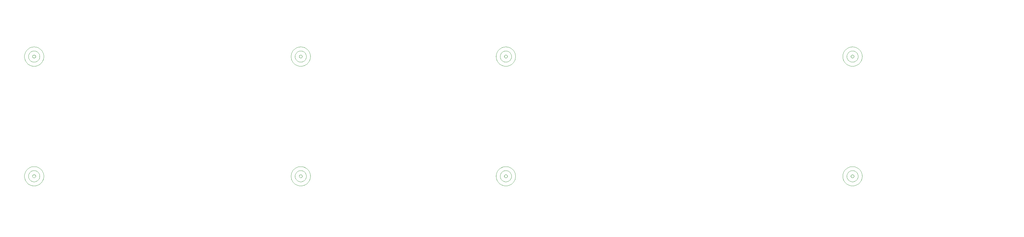
<source format=gbs>
*%FSLAX23Y23*%
*%MOIN*%
G01*
D26*
X15255Y7084D02*
D03*
Y8489D02*
D03*
Y7784D02*
D03*
Y9199D02*
D03*
X15105Y6784D02*
D03*
X15075Y6809D02*
D03*
X15005Y6829D02*
D03*
Y7534D02*
D03*
X15105Y8919D02*
D03*
Y8569D02*
D03*
X15165Y7084D02*
D03*
Y6734D02*
D03*
X15135Y6759D02*
D03*
X15165Y7134D02*
D03*
X15135Y7349D02*
D03*
Y7489D02*
D03*
X15165Y8489D02*
D03*
Y9199D02*
D03*
X15155Y8789D02*
D03*
X15165Y7784D02*
D03*
X14820Y7284D02*
D03*
X14865Y7399D02*
D03*
Y6769D02*
D03*
X14910Y7179D02*
D03*
X14865Y8179D02*
D03*
X14895Y8639D02*
D03*
X14865Y8894D02*
D03*
X14970Y8839D02*
D03*
X15000Y8239D02*
D03*
X14955Y8894D02*
D03*
X14610Y7684D02*
D03*
Y6899D02*
D03*
Y8324D02*
D03*
Y9034D02*
D03*
X14465Y9059D02*
D03*
X14435Y8914D02*
D03*
X14465Y8769D02*
D03*
X14435Y8069D02*
D03*
X14300Y7089D02*
D03*
X14325Y7264D02*
D03*
Y7534D02*
D03*
X14255Y9209D02*
D03*
X14250Y8504D02*
D03*
Y7859D02*
D03*
X14225Y8749D02*
D03*
X14330Y8184D02*
D03*
X14060Y7089D02*
D03*
X14125Y7554D02*
D03*
X14135Y8184D02*
D03*
X14060Y9059D02*
D03*
X14165Y8889D02*
D03*
X13880Y6989D02*
D03*
X13935Y9209D02*
D03*
X14018Y7662D02*
D03*
X13750Y8889D02*
D03*
X13710Y7934D02*
D03*
X13650Y8368D02*
D03*
X13700Y9304D02*
D03*
X13785Y7454D02*
D03*
X13770Y7284D02*
D03*
X13755Y6894D02*
D03*
X13770Y7374D02*
D03*
X13785Y8379D02*
D03*
X13770Y7794D02*
D03*
Y8279D02*
D03*
X13775Y7934D02*
D03*
X13520Y6794D02*
D03*
X13465Y7619D02*
D03*
X13558Y7044D02*
D03*
X13465Y7529D02*
D03*
Y8104D02*
D03*
X13455Y8609D02*
D03*
X13465Y8014D02*
D03*
X13455Y8519D02*
D03*
X13560Y8889D02*
D03*
X13250Y7059D02*
D03*
X13350Y8434D02*
D03*
X13343Y8521D02*
D03*
X13250Y8024D02*
D03*
X13240Y8474D02*
D03*
X13315Y9299D02*
D03*
X13410Y6944D02*
D03*
X13390Y7434D02*
D03*
Y7474D02*
D03*
X13405Y7019D02*
D03*
X13365Y7964D02*
D03*
X13390Y7919D02*
D03*
X13100Y6997D02*
D03*
X13165Y8909D02*
D03*
X13235Y7539D02*
D03*
X12870Y7649D02*
D03*
X12910Y7019D02*
D03*
X12870Y7424D02*
D03*
Y7199D02*
D03*
X12865Y8699D02*
D03*
Y9249D02*
D03*
X12870Y7874D02*
D03*
Y8099D02*
D03*
X12865Y8549D02*
D03*
Y8324D02*
D03*
X12730Y6854D02*
D03*
Y6989D02*
D03*
X12655Y7694D02*
D03*
X12690Y6914D02*
D03*
X12716Y8979D02*
D03*
X12655Y8274D02*
D03*
X12845Y6854D02*
D03*
Y6959D02*
D03*
X12785Y9074D02*
D03*
Y9189D02*
D03*
X12837Y9324D02*
D03*
X12573Y6796D02*
D03*
X12555Y9134D02*
D03*
X12485Y9152D02*
D03*
X12505Y8509D02*
D03*
X12475Y8479D02*
D03*
X12550Y7817D02*
D03*
Y8151D02*
D03*
X12535Y8339D02*
D03*
Y8384D02*
D03*
X12485Y7934D02*
D03*
X12540Y8034D02*
D03*
X12603Y8808D02*
D03*
X12581Y8778D02*
D03*
X12590Y8499D02*
D03*
X12295Y6854D02*
D03*
Y7009D02*
D03*
X12310Y7694D02*
D03*
X12342Y6764D02*
D03*
X12323Y8363D02*
D03*
X12383Y8364D02*
D03*
X12353Y8394D02*
D03*
X12293D02*
D03*
X12265Y7754D02*
D03*
X12264Y8909D02*
D03*
X12452Y6909D02*
D03*
X12395Y7069D02*
D03*
Y6949D02*
D03*
X12450Y7635D02*
D03*
X12420Y7817D02*
D03*
X12445Y8788D02*
D03*
X12415Y8419D02*
D03*
X12445Y8449D02*
D03*
X12420Y8151D02*
D03*
X12180Y6854D02*
D03*
Y7039D02*
D03*
X12145Y6874D02*
D03*
X12178Y8449D02*
D03*
X12148Y8479D02*
D03*
X12093Y8404D02*
D03*
X12080Y7869D02*
D03*
X12110Y7839D02*
D03*
X12175Y7844D02*
D03*
X12224Y8909D02*
D03*
X12238Y8394D02*
D03*
X12208Y8419D02*
D03*
X12235Y7784D02*
D03*
X12205Y7814D02*
D03*
X11902Y6909D02*
D03*
X11945Y7559D02*
D03*
X11881Y7319D02*
D03*
X11890Y8294D02*
D03*
X11950Y7939D02*
D03*
X11920Y7969D02*
D03*
X11890Y7999D02*
D03*
X12025Y6796D02*
D03*
X12033Y8464D02*
D03*
X12063Y8434D02*
D03*
X12050Y7899D02*
D03*
X12020Y7929D02*
D03*
X11685Y7214D02*
D03*
X11700Y6704D02*
D03*
X11730Y6734D02*
D03*
X11745Y7559D02*
D03*
X11787Y6758D02*
D03*
X11745Y8239D02*
D03*
X11845Y6909D02*
D03*
X11815Y7039D02*
D03*
Y7229D02*
D03*
X11860Y8029D02*
D03*
Y8089D02*
D03*
X11830Y8119D02*
D03*
X11800Y8149D02*
D03*
X11575Y7484D02*
D03*
X11545Y7559D02*
D03*
X11515Y6824D02*
D03*
X11600Y8124D02*
D03*
X11550Y8524D02*
D03*
X11515Y8494D02*
D03*
X11485Y8524D02*
D03*
X11605Y7414D02*
D03*
X11640Y6649D02*
D03*
X11670Y6674D02*
D03*
X11365Y7679D02*
D03*
X11390Y7647D02*
D03*
X11335Y7069D02*
D03*
X11303Y7378D02*
D03*
X11291Y6914D02*
D03*
X11365Y8014D02*
D03*
X11390Y8375D02*
D03*
Y8120D02*
D03*
Y7903D02*
D03*
X11287Y8644D02*
D03*
X11365Y8324D02*
D03*
X11445Y7394D02*
D03*
Y7304D02*
D03*
X11425Y8584D02*
D03*
X11180Y7094D02*
D03*
X11135Y7144D02*
D03*
X11090D02*
D03*
Y7094D02*
D03*
X11130Y7709D02*
D03*
Y7634D02*
D03*
X11145Y7304D02*
D03*
X11200Y8529D02*
D03*
X11155Y8304D02*
D03*
X11210Y7499D02*
D03*
X11280Y8218D02*
D03*
Y7824D02*
D03*
X11230Y8304D02*
D03*
X10915Y7199D02*
D03*
X10956D02*
D03*
X10985Y6889D02*
D03*
Y6964D02*
D03*
X10956Y7374D02*
D03*
X10917Y8644D02*
D03*
X11015Y7334D02*
D03*
X11075Y7579D02*
D03*
X11035Y8444D02*
D03*
X10760Y7039D02*
D03*
X10775Y6859D02*
D03*
X10725Y6659D02*
D03*
X10740Y8644D02*
D03*
X10870Y7499D02*
D03*
X10825Y8529D02*
D03*
X10540Y7724D02*
D03*
X10621Y8444D02*
D03*
X10661Y7579D02*
D03*
X10330Y7674D02*
D03*
X10310Y7627D02*
D03*
Y7903D02*
D03*
X10325Y8257D02*
D03*
X10420Y8198D02*
D03*
Y7804D02*
D03*
X10395Y8664D02*
D03*
X10330Y7979D02*
D03*
X10490Y7499D02*
D03*
X10444Y7473D02*
D03*
X10465Y7724D02*
D03*
X10470Y8524D02*
D03*
X10460Y8399D02*
D03*
Y8329D02*
D03*
X10120Y7553D02*
D03*
X10185Y7439D02*
D03*
X10215Y7489D02*
D03*
X10150Y7647D02*
D03*
X10120Y8399D02*
D03*
Y8279D02*
D03*
Y8329D02*
D03*
X10208Y7754D02*
D03*
X10180Y7924D02*
D03*
X10125Y8899D02*
D03*
X10190Y8139D02*
D03*
X10210Y8440D02*
D03*
X10235Y6749D02*
D03*
X9925Y7554D02*
D03*
X9915Y8559D02*
D03*
Y8170D02*
D03*
X10080Y8669D02*
D03*
X9723Y7983D02*
D03*
X9540Y7304D02*
D03*
X9565Y8179D02*
D03*
X9340Y8584D02*
D03*
X9350Y8184D02*
D03*
X9450Y6949D02*
D03*
Y7304D02*
D03*
X9510Y8034D02*
D03*
X9235Y7509D02*
D03*
Y7554D02*
D03*
X9240Y8634D02*
D03*
X9195Y8489D02*
D03*
X9246Y8134D02*
D03*
X9295Y8284D02*
D03*
Y8384D02*
D03*
X9300Y8884D02*
D03*
Y8784D02*
D03*
X9010Y7174D02*
D03*
X8935Y7609D02*
D03*
X8970Y8179D02*
D03*
Y8694D02*
D03*
X9048Y8179D02*
D03*
X8997Y8294D02*
D03*
X8950Y8514D02*
D03*
X8997Y8799D02*
D03*
X9090Y8459D02*
D03*
X9100Y8964D02*
D03*
X9074Y8679D02*
D03*
X8740Y7174D02*
D03*
X8780Y7234D02*
D03*
X8820Y8489D02*
D03*
X8910Y7174D02*
D03*
X8875Y8699D02*
D03*
Y8184D02*
D03*
Y8094D02*
D03*
X8865Y8964D02*
D03*
X8570Y7334D02*
D03*
X8630Y7089D02*
D03*
X8570Y7424D02*
D03*
X8650Y8049D02*
D03*
Y8564D02*
D03*
X8550Y8539D02*
D03*
X8710Y7144D02*
D03*
X8200Y7364D02*
D03*
X8175Y7594D02*
D03*
X8175Y7949D02*
D03*
X8340Y8374D02*
D03*
X8055Y8714D02*
D03*
X8080Y7499D02*
D03*
X7855Y8334D02*
D03*
X7680Y6944D02*
D03*
X7750Y7214D02*
D03*
X7715Y9014D02*
D03*
X7695Y8459D02*
D03*
X7005Y9014D02*
D03*
X6985Y8459D02*
D03*
X7145Y8334D02*
D03*
X5310Y7979D02*
D03*
Y8544D02*
D03*
X5045Y7154D02*
D03*
X5055Y7349D02*
D03*
X5025Y8379D02*
D03*
X5170Y7389D02*
D03*
Y8599D02*
D03*
Y7924D02*
D03*
X4840Y7394D02*
D03*
Y7094D02*
D03*
X4985Y8254D02*
D03*
X5020Y7927D02*
D03*
X4775Y7529D02*
D03*
Y8074D02*
D03*
X4790Y8329D02*
D03*
D28*
X13832Y8720D02*
X13834D01*
X13832D02*
X13833Y8709D01*
X13835Y8698D01*
X13837Y8688D01*
X13841Y8677D01*
X13845Y8668D01*
X13851Y8658D01*
X13857Y8649D01*
X13864Y8641D01*
X13872Y8633D01*
X13881Y8627D01*
X13890Y8621D01*
X13899Y8616D01*
X13910Y8612D01*
X13920Y8609D01*
X13931Y8607D01*
X13942Y8606D01*
X13952D01*
X13963Y8607D01*
X13974Y8609D01*
X13984Y8612D01*
X13995Y8616D01*
X14004Y8621D01*
X14013Y8627D01*
X14022Y8633D01*
X14030Y8641D01*
X14037Y8649D01*
X14043Y8658D01*
X14049Y8668D01*
X14053Y8677D01*
X14057Y8688D01*
X14059Y8698D01*
X14061Y8709D01*
X14062Y8720D01*
X14062D01*
X14062D02*
X14061Y8731D01*
X14059Y8742D01*
X14057Y8752D01*
X14053Y8763D01*
X14049Y8772D01*
X14043Y8782D01*
X14037Y8791D01*
X14030Y8799D01*
X14022Y8807D01*
X14013Y8813D01*
X14004Y8819D01*
X13995Y8824D01*
X13984Y8828D01*
X13974Y8831D01*
X13963Y8833D01*
X13952Y8834D01*
X13942D01*
X13931Y8833D01*
X13920Y8831D01*
X13910Y8828D01*
X13899Y8824D01*
X13890Y8819D01*
X13881Y8813D01*
X13872Y8807D01*
X13864Y8799D01*
X13857Y8791D01*
X13851Y8782D01*
X13845Y8772D01*
X13841Y8763D01*
X13837Y8752D01*
X13835Y8742D01*
X13833Y8731D01*
X13832Y8720D01*
X13880D02*
X13882D01*
X13880D02*
X13881Y8710D01*
X13883Y8700D01*
X13887Y8691D01*
X13892Y8683D01*
X13898Y8675D01*
X13906Y8668D01*
X13914Y8662D01*
X13923Y8658D01*
X13932Y8655D01*
X13942Y8654D01*
X13952D01*
X13962Y8655D01*
X13971Y8658D01*
X13980Y8662D01*
X13988Y8668D01*
X13996Y8675D01*
X14002Y8683D01*
X14007Y8691D01*
X14011Y8700D01*
X14013Y8710D01*
X14014Y8720D01*
X14014D01*
X14014D02*
X14013Y8730D01*
X14011Y8740D01*
X14007Y8749D01*
X14002Y8757D01*
X13996Y8765D01*
X13988Y8772D01*
X13980Y8778D01*
X13971Y8782D01*
X13962Y8785D01*
X13952Y8786D01*
X13942D01*
X13932Y8785D01*
X13923Y8782D01*
X13914Y8778D01*
X13906Y8772D01*
X13898Y8765D01*
X13892Y8757D01*
X13887Y8749D01*
X13883Y8740D01*
X13881Y8730D01*
X13880Y8720D01*
X13928D02*
X13930D01*
X13928D02*
X13930Y8714D01*
X13933Y8708D01*
X13938Y8704D01*
X13944Y8702D01*
X13950D01*
X13956Y8704D01*
X13961Y8708D01*
X13964Y8714D01*
X13966Y8720D01*
X13966D01*
X13966D02*
X13964Y8726D01*
X13961Y8732D01*
X13956Y8736D01*
X13950Y8738D01*
X13944D01*
X13938Y8736D01*
X13933Y8732D01*
X13930Y8726D01*
X13928Y8720D01*
X13832Y7303D02*
X13834D01*
X13832D02*
X13833Y7292D01*
X13835Y7281D01*
X13837Y7271D01*
X13841Y7260D01*
X13845Y7251D01*
X13851Y7241D01*
X13857Y7232D01*
X13864Y7224D01*
X13872Y7216D01*
X13881Y7210D01*
X13890Y7204D01*
X13899Y7199D01*
X13910Y7195D01*
X13920Y7192D01*
X13931Y7190D01*
X13942Y7189D01*
X13952D01*
X13963Y7190D01*
X13974Y7192D01*
X13984Y7195D01*
X13995Y7199D01*
X14004Y7204D01*
X14013Y7210D01*
X14022Y7216D01*
X14030Y7224D01*
X14037Y7232D01*
X14043Y7241D01*
X14049Y7251D01*
X14053Y7260D01*
X14057Y7271D01*
X14059Y7281D01*
X14061Y7292D01*
X14062Y7303D01*
X14062D01*
X14062D02*
X14061Y7314D01*
X14059Y7325D01*
X14057Y7335D01*
X14053Y7346D01*
X14049Y7355D01*
X14043Y7365D01*
X14037Y7374D01*
X14030Y7382D01*
X14022Y7390D01*
X14013Y7396D01*
X14004Y7402D01*
X13995Y7407D01*
X13984Y7411D01*
X13974Y7414D01*
X13963Y7416D01*
X13952Y7417D01*
X13942D01*
X13931Y7416D01*
X13920Y7414D01*
X13910Y7411D01*
X13899Y7407D01*
X13890Y7402D01*
X13881Y7396D01*
X13872Y7390D01*
X13864Y7382D01*
X13857Y7374D01*
X13851Y7365D01*
X13845Y7355D01*
X13841Y7346D01*
X13837Y7335D01*
X13835Y7325D01*
X13833Y7314D01*
X13832Y7303D01*
X13880D02*
X13882D01*
X13880D02*
X13881Y7293D01*
X13883Y7283D01*
X13887Y7274D01*
X13892Y7266D01*
X13898Y7258D01*
X13906Y7251D01*
X13914Y7245D01*
X13923Y7241D01*
X13932Y7238D01*
X13942Y7237D01*
X13952D01*
X13962Y7238D01*
X13971Y7241D01*
X13980Y7245D01*
X13988Y7251D01*
X13996Y7258D01*
X14002Y7266D01*
X14007Y7274D01*
X14011Y7283D01*
X14013Y7293D01*
X14014Y7303D01*
X14014D01*
X14014D02*
X14013Y7313D01*
X14011Y7323D01*
X14007Y7332D01*
X14002Y7340D01*
X13996Y7348D01*
X13988Y7355D01*
X13980Y7361D01*
X13971Y7365D01*
X13962Y7368D01*
X13952Y7369D01*
X13942D01*
X13932Y7368D01*
X13923Y7365D01*
X13914Y7361D01*
X13906Y7355D01*
X13898Y7348D01*
X13892Y7340D01*
X13887Y7332D01*
X13883Y7323D01*
X13881Y7313D01*
X13880Y7303D01*
X13928D02*
X13930D01*
X13928D02*
X13930Y7297D01*
X13933Y7291D01*
X13938Y7287D01*
X13944Y7285D01*
X13950D01*
X13956Y7287D01*
X13961Y7291D01*
X13964Y7297D01*
X13966Y7303D01*
X13966D01*
X13966D02*
X13964Y7309D01*
X13961Y7315D01*
X13956Y7319D01*
X13950Y7321D01*
X13944D01*
X13938Y7319D01*
X13933Y7315D01*
X13930Y7309D01*
X13928Y7303D01*
X9738Y8720D02*
X9740D01*
X9738D02*
X9739Y8709D01*
X9741Y8698D01*
X9743Y8688D01*
X9747Y8677D01*
X9751Y8668D01*
X9757Y8658D01*
X9763Y8649D01*
X9770Y8641D01*
X9778Y8633D01*
X9787Y8627D01*
X9796Y8621D01*
X9805Y8616D01*
X9816Y8612D01*
X9826Y8609D01*
X9837Y8607D01*
X9848Y8606D01*
X9858D01*
X9869Y8607D01*
X9880Y8609D01*
X9890Y8612D01*
X9901Y8616D01*
X9910Y8621D01*
X9919Y8627D01*
X9928Y8633D01*
X9936Y8641D01*
X9943Y8649D01*
X9949Y8658D01*
X9955Y8668D01*
X9959Y8677D01*
X9963Y8688D01*
X9965Y8698D01*
X9967Y8709D01*
X9968Y8720D01*
X9968D01*
X9968D02*
X9967Y8731D01*
X9965Y8742D01*
X9963Y8752D01*
X9959Y8763D01*
X9955Y8772D01*
X9949Y8782D01*
X9943Y8791D01*
X9936Y8799D01*
X9928Y8807D01*
X9919Y8813D01*
X9910Y8819D01*
X9901Y8824D01*
X9890Y8828D01*
X9880Y8831D01*
X9869Y8833D01*
X9858Y8834D01*
X9848D01*
X9837Y8833D01*
X9826Y8831D01*
X9816Y8828D01*
X9805Y8824D01*
X9796Y8819D01*
X9787Y8813D01*
X9778Y8807D01*
X9770Y8799D01*
X9763Y8791D01*
X9757Y8782D01*
X9751Y8772D01*
X9747Y8763D01*
X9743Y8752D01*
X9741Y8742D01*
X9739Y8731D01*
X9738Y8720D01*
X9786D02*
X9788D01*
X9786D02*
X9787Y8710D01*
X9789Y8700D01*
X9793Y8691D01*
X9798Y8683D01*
X9804Y8675D01*
X9812Y8668D01*
X9820Y8662D01*
X9829Y8658D01*
X9838Y8655D01*
X9848Y8654D01*
X9858D01*
X9868Y8655D01*
X9877Y8658D01*
X9886Y8662D01*
X9894Y8668D01*
X9902Y8675D01*
X9908Y8683D01*
X9913Y8691D01*
X9917Y8700D01*
X9919Y8710D01*
X9920Y8720D01*
X9920D01*
X9920D02*
X9919Y8730D01*
X9917Y8740D01*
X9913Y8749D01*
X9908Y8757D01*
X9902Y8765D01*
X9894Y8772D01*
X9886Y8778D01*
X9877Y8782D01*
X9868Y8785D01*
X9858Y8786D01*
X9848D01*
X9838Y8785D01*
X9829Y8782D01*
X9820Y8778D01*
X9812Y8772D01*
X9804Y8765D01*
X9798Y8757D01*
X9793Y8749D01*
X9789Y8740D01*
X9787Y8730D01*
X9786Y8720D01*
X9834D02*
X9836D01*
X9834D02*
X9836Y8714D01*
X9839Y8708D01*
X9844Y8704D01*
X9850Y8702D01*
X9856D01*
X9862Y8704D01*
X9867Y8708D01*
X9870Y8714D01*
X9872Y8720D01*
X9872D01*
X9872D02*
X9870Y8726D01*
X9867Y8732D01*
X9862Y8736D01*
X9856Y8738D01*
X9850D01*
X9844Y8736D01*
X9839Y8732D01*
X9836Y8726D01*
X9834Y8720D01*
X9738Y7303D02*
X9740D01*
X9738D02*
X9739Y7292D01*
X9741Y7281D01*
X9743Y7271D01*
X9747Y7260D01*
X9751Y7251D01*
X9757Y7241D01*
X9763Y7232D01*
X9770Y7224D01*
X9778Y7216D01*
X9787Y7210D01*
X9796Y7204D01*
X9805Y7199D01*
X9816Y7195D01*
X9826Y7192D01*
X9837Y7190D01*
X9848Y7189D01*
X9858D01*
X9869Y7190D01*
X9880Y7192D01*
X9890Y7195D01*
X9901Y7199D01*
X9910Y7204D01*
X9919Y7210D01*
X9928Y7216D01*
X9936Y7224D01*
X9943Y7232D01*
X9949Y7241D01*
X9955Y7251D01*
X9959Y7260D01*
X9963Y7271D01*
X9965Y7281D01*
X9967Y7292D01*
X9968Y7303D01*
X9968D01*
X9968D02*
X9967Y7314D01*
X9965Y7325D01*
X9963Y7335D01*
X9959Y7346D01*
X9955Y7355D01*
X9949Y7365D01*
X9943Y7374D01*
X9936Y7382D01*
X9928Y7390D01*
X9919Y7396D01*
X9910Y7402D01*
X9901Y7407D01*
X9890Y7411D01*
X9880Y7414D01*
X9869Y7416D01*
X9858Y7417D01*
X9848D01*
X9837Y7416D01*
X9826Y7414D01*
X9816Y7411D01*
X9805Y7407D01*
X9796Y7402D01*
X9787Y7396D01*
X9778Y7390D01*
X9770Y7382D01*
X9763Y7374D01*
X9757Y7365D01*
X9751Y7355D01*
X9747Y7346D01*
X9743Y7335D01*
X9741Y7325D01*
X9739Y7314D01*
X9738Y7303D01*
X9786D02*
X9788D01*
X9786D02*
X9787Y7293D01*
X9789Y7283D01*
X9793Y7274D01*
X9798Y7266D01*
X9804Y7258D01*
X9812Y7251D01*
X9820Y7245D01*
X9829Y7241D01*
X9838Y7238D01*
X9848Y7237D01*
X9858D01*
X9868Y7238D01*
X9877Y7241D01*
X9886Y7245D01*
X9894Y7251D01*
X9902Y7258D01*
X9908Y7266D01*
X9913Y7274D01*
X9917Y7283D01*
X9919Y7293D01*
X9920Y7303D01*
X9920D01*
X9920D02*
X9919Y7313D01*
X9917Y7323D01*
X9913Y7332D01*
X9908Y7340D01*
X9902Y7348D01*
X9894Y7355D01*
X9886Y7361D01*
X9877Y7365D01*
X9868Y7368D01*
X9858Y7369D01*
X9848D01*
X9838Y7368D01*
X9829Y7365D01*
X9820Y7361D01*
X9812Y7355D01*
X9804Y7348D01*
X9798Y7340D01*
X9793Y7332D01*
X9789Y7323D01*
X9787Y7313D01*
X9786Y7303D01*
X9834D02*
X9836D01*
X9834D02*
X9836Y7297D01*
X9839Y7291D01*
X9844Y7287D01*
X9850Y7285D01*
X9856D01*
X9862Y7287D01*
X9867Y7291D01*
X9870Y7297D01*
X9872Y7303D01*
X9872D01*
X9872D02*
X9870Y7309D01*
X9867Y7315D01*
X9862Y7319D01*
X9856Y7321D01*
X9850D01*
X9844Y7319D01*
X9839Y7315D01*
X9836Y7309D01*
X9834Y7303D01*
X7316Y8720D02*
X7318D01*
X7316D02*
X7317Y8709D01*
X7319Y8698D01*
X7321Y8688D01*
X7325Y8677D01*
X7329Y8668D01*
X7335Y8658D01*
X7341Y8649D01*
X7348Y8641D01*
X7356Y8633D01*
X7365Y8627D01*
X7374Y8621D01*
X7383Y8616D01*
X7394Y8612D01*
X7404Y8609D01*
X7415Y8607D01*
X7426Y8606D01*
X7436D01*
X7447Y8607D01*
X7458Y8609D01*
X7468Y8612D01*
X7479Y8616D01*
X7488Y8621D01*
X7497Y8627D01*
X7506Y8633D01*
X7514Y8641D01*
X7521Y8649D01*
X7527Y8658D01*
X7533Y8668D01*
X7537Y8677D01*
X7541Y8688D01*
X7543Y8698D01*
X7545Y8709D01*
X7546Y8720D01*
X7546D01*
X7546D02*
X7545Y8731D01*
X7543Y8742D01*
X7541Y8752D01*
X7537Y8763D01*
X7533Y8772D01*
X7527Y8782D01*
X7521Y8791D01*
X7514Y8799D01*
X7506Y8807D01*
X7497Y8813D01*
X7488Y8819D01*
X7479Y8824D01*
X7468Y8828D01*
X7458Y8831D01*
X7447Y8833D01*
X7436Y8834D01*
X7426D01*
X7415Y8833D01*
X7404Y8831D01*
X7394Y8828D01*
X7383Y8824D01*
X7374Y8819D01*
X7365Y8813D01*
X7356Y8807D01*
X7348Y8799D01*
X7341Y8791D01*
X7335Y8782D01*
X7329Y8772D01*
X7325Y8763D01*
X7321Y8752D01*
X7319Y8742D01*
X7317Y8731D01*
X7316Y8720D01*
X7364D02*
X7366D01*
X7364D02*
X7365Y8710D01*
X7367Y8700D01*
X7371Y8691D01*
X7376Y8683D01*
X7382Y8675D01*
X7390Y8668D01*
X7398Y8662D01*
X7407Y8658D01*
X7416Y8655D01*
X7426Y8654D01*
X7436D01*
X7446Y8655D01*
X7455Y8658D01*
X7464Y8662D01*
X7472Y8668D01*
X7480Y8675D01*
X7486Y8683D01*
X7491Y8691D01*
X7495Y8700D01*
X7497Y8710D01*
X7498Y8720D01*
X7498D01*
X7498D02*
X7497Y8730D01*
X7495Y8740D01*
X7491Y8749D01*
X7486Y8757D01*
X7480Y8765D01*
X7472Y8772D01*
X7464Y8778D01*
X7455Y8782D01*
X7446Y8785D01*
X7436Y8786D01*
X7426D01*
X7416Y8785D01*
X7407Y8782D01*
X7398Y8778D01*
X7390Y8772D01*
X7382Y8765D01*
X7376Y8757D01*
X7371Y8749D01*
X7367Y8740D01*
X7365Y8730D01*
X7364Y8720D01*
X7412D02*
X7414D01*
X7412D02*
X7414Y8714D01*
X7417Y8708D01*
X7422Y8704D01*
X7428Y8702D01*
X7434D01*
X7440Y8704D01*
X7445Y8708D01*
X7448Y8714D01*
X7450Y8720D01*
X7450D01*
X7450D02*
X7448Y8726D01*
X7445Y8732D01*
X7440Y8736D01*
X7434Y8738D01*
X7428D01*
X7422Y8736D01*
X7417Y8732D01*
X7414Y8726D01*
X7412Y8720D01*
X7316Y7303D02*
X7318D01*
X7316D02*
X7317Y7292D01*
X7319Y7281D01*
X7321Y7271D01*
X7325Y7260D01*
X7329Y7251D01*
X7335Y7241D01*
X7341Y7232D01*
X7348Y7224D01*
X7356Y7216D01*
X7365Y7210D01*
X7374Y7204D01*
X7383Y7199D01*
X7394Y7195D01*
X7404Y7192D01*
X7415Y7190D01*
X7426Y7189D01*
X7436D01*
X7447Y7190D01*
X7458Y7192D01*
X7468Y7195D01*
X7479Y7199D01*
X7488Y7204D01*
X7497Y7210D01*
X7506Y7216D01*
X7514Y7224D01*
X7521Y7232D01*
X7527Y7241D01*
X7533Y7251D01*
X7537Y7260D01*
X7541Y7271D01*
X7543Y7281D01*
X7545Y7292D01*
X7546Y7303D01*
X7546D01*
X7546D02*
X7545Y7314D01*
X7543Y7325D01*
X7541Y7335D01*
X7537Y7346D01*
X7533Y7355D01*
X7527Y7365D01*
X7521Y7374D01*
X7514Y7382D01*
X7506Y7390D01*
X7497Y7396D01*
X7488Y7402D01*
X7479Y7407D01*
X7468Y7411D01*
X7458Y7414D01*
X7447Y7416D01*
X7436Y7417D01*
X7426D01*
X7415Y7416D01*
X7404Y7414D01*
X7394Y7411D01*
X7383Y7407D01*
X7374Y7402D01*
X7365Y7396D01*
X7356Y7390D01*
X7348Y7382D01*
X7341Y7374D01*
X7335Y7365D01*
X7329Y7355D01*
X7325Y7346D01*
X7321Y7335D01*
X7319Y7325D01*
X7317Y7314D01*
X7316Y7303D01*
X7364D02*
X7366D01*
X7364D02*
X7365Y7293D01*
X7367Y7283D01*
X7371Y7274D01*
X7376Y7266D01*
X7382Y7258D01*
X7390Y7251D01*
X7398Y7245D01*
X7407Y7241D01*
X7416Y7238D01*
X7426Y7237D01*
X7436D01*
X7446Y7238D01*
X7455Y7241D01*
X7464Y7245D01*
X7472Y7251D01*
X7480Y7258D01*
X7486Y7266D01*
X7491Y7274D01*
X7495Y7283D01*
X7497Y7293D01*
X7498Y7303D01*
X7498D01*
X7498D02*
X7497Y7313D01*
X7495Y7323D01*
X7491Y7332D01*
X7486Y7340D01*
X7480Y7348D01*
X7472Y7355D01*
X7464Y7361D01*
X7455Y7365D01*
X7446Y7368D01*
X7436Y7369D01*
X7426D01*
X7416Y7368D01*
X7407Y7365D01*
X7398Y7361D01*
X7390Y7355D01*
X7382Y7348D01*
X7376Y7340D01*
X7371Y7332D01*
X7367Y7323D01*
X7365Y7313D01*
X7364Y7303D01*
X7412D02*
X7414D01*
X7412D02*
X7414Y7297D01*
X7417Y7291D01*
X7422Y7287D01*
X7428Y7285D01*
X7434D01*
X7440Y7287D01*
X7445Y7291D01*
X7448Y7297D01*
X7450Y7303D01*
X7450D01*
X7450D02*
X7448Y7309D01*
X7445Y7315D01*
X7440Y7319D01*
X7434Y7321D01*
X7428D01*
X7422Y7319D01*
X7417Y7315D01*
X7414Y7309D01*
X7412Y7303D01*
X4168Y8720D02*
X4168D01*
X4168D02*
X4168Y8709D01*
X4170Y8698D01*
X4172Y8688D01*
X4176Y8677D01*
X4180Y8668D01*
X4186Y8658D01*
X4192Y8649D01*
X4199Y8641D01*
X4207Y8633D01*
X4216Y8627D01*
X4225Y8621D01*
X4234Y8616D01*
X4245Y8612D01*
X4255Y8609D01*
X4266Y8607D01*
X4277Y8606D01*
X4287D01*
X4298Y8607D01*
X4309Y8609D01*
X4319Y8612D01*
X4330Y8616D01*
X4339Y8621D01*
X4348Y8627D01*
X4357Y8633D01*
X4365Y8641D01*
X4372Y8649D01*
X4378Y8658D01*
X4384Y8668D01*
X4388Y8677D01*
X4392Y8688D01*
X4394Y8698D01*
X4396Y8709D01*
X4396Y8720D01*
X4398D01*
X4396D02*
X4396Y8731D01*
X4394Y8742D01*
X4392Y8752D01*
X4388Y8763D01*
X4384Y8772D01*
X4378Y8782D01*
X4372Y8791D01*
X4365Y8799D01*
X4357Y8807D01*
X4348Y8813D01*
X4339Y8819D01*
X4330Y8824D01*
X4319Y8828D01*
X4309Y8831D01*
X4298Y8833D01*
X4287Y8834D01*
X4277D01*
X4266Y8833D01*
X4255Y8831D01*
X4245Y8828D01*
X4234Y8824D01*
X4225Y8819D01*
X4216Y8813D01*
X4207Y8807D01*
X4199Y8799D01*
X4192Y8791D01*
X4186Y8782D01*
X4180Y8772D01*
X4176Y8763D01*
X4172Y8752D01*
X4170Y8742D01*
X4168Y8731D01*
X4168Y8720D01*
X4216D02*
X4216D01*
X4216D02*
X4216Y8710D01*
X4218Y8700D01*
X4222Y8691D01*
X4227Y8683D01*
X4233Y8675D01*
X4241Y8668D01*
X4249Y8662D01*
X4258Y8658D01*
X4267Y8655D01*
X4277Y8654D01*
X4287D01*
X4297Y8655D01*
X4306Y8658D01*
X4315Y8662D01*
X4323Y8668D01*
X4331Y8675D01*
X4337Y8683D01*
X4342Y8691D01*
X4346Y8700D01*
X4348Y8710D01*
X4348Y8720D01*
X4350D01*
X4348D02*
X4348Y8730D01*
X4346Y8740D01*
X4342Y8749D01*
X4337Y8757D01*
X4331Y8765D01*
X4323Y8772D01*
X4315Y8778D01*
X4306Y8782D01*
X4297Y8785D01*
X4287Y8786D01*
X4277D01*
X4267Y8785D01*
X4258Y8782D01*
X4249Y8778D01*
X4241Y8772D01*
X4233Y8765D01*
X4227Y8757D01*
X4222Y8749D01*
X4218Y8740D01*
X4216Y8730D01*
X4216Y8720D01*
X4264D02*
X4264D01*
X4264D02*
X4265Y8714D01*
X4268Y8708D01*
X4273Y8704D01*
X4279Y8702D01*
X4285D01*
X4291Y8704D01*
X4296Y8708D01*
X4299Y8714D01*
X4300Y8720D01*
X4302D01*
X4300D02*
X4299Y8726D01*
X4296Y8732D01*
X4291Y8736D01*
X4285Y8738D01*
X4279D01*
X4273Y8736D01*
X4268Y8732D01*
X4265Y8726D01*
X4264Y8720D01*
X4168Y7303D02*
X4168D01*
X4168D02*
X4168Y7292D01*
X4170Y7281D01*
X4172Y7271D01*
X4176Y7260D01*
X4180Y7251D01*
X4186Y7241D01*
X4192Y7232D01*
X4199Y7224D01*
X4207Y7216D01*
X4216Y7210D01*
X4225Y7204D01*
X4234Y7199D01*
X4245Y7195D01*
X4255Y7192D01*
X4266Y7190D01*
X4277Y7189D01*
X4287D01*
X4298Y7190D01*
X4309Y7192D01*
X4319Y7195D01*
X4330Y7199D01*
X4339Y7204D01*
X4348Y7210D01*
X4357Y7216D01*
X4365Y7224D01*
X4372Y7232D01*
X4378Y7241D01*
X4384Y7251D01*
X4388Y7260D01*
X4392Y7271D01*
X4394Y7281D01*
X4396Y7292D01*
X4396Y7303D01*
X4398D01*
X4396D02*
X4396Y7314D01*
X4394Y7325D01*
X4392Y7335D01*
X4388Y7346D01*
X4384Y7355D01*
X4378Y7365D01*
X4372Y7374D01*
X4365Y7382D01*
X4357Y7390D01*
X4348Y7396D01*
X4339Y7402D01*
X4330Y7407D01*
X4319Y7411D01*
X4309Y7414D01*
X4298Y7416D01*
X4287Y7417D01*
X4277D01*
X4266Y7416D01*
X4255Y7414D01*
X4245Y7411D01*
X4234Y7407D01*
X4225Y7402D01*
X4216Y7396D01*
X4207Y7390D01*
X4199Y7382D01*
X4192Y7374D01*
X4186Y7365D01*
X4180Y7355D01*
X4176Y7346D01*
X4172Y7335D01*
X4170Y7325D01*
X4168Y7314D01*
X4168Y7303D01*
X4216D02*
X4216D01*
X4216D02*
X4216Y7293D01*
X4218Y7283D01*
X4222Y7274D01*
X4227Y7266D01*
X4233Y7258D01*
X4241Y7251D01*
X4249Y7245D01*
X4258Y7241D01*
X4267Y7238D01*
X4277Y7237D01*
X4287D01*
X4297Y7238D01*
X4306Y7241D01*
X4315Y7245D01*
X4323Y7251D01*
X4331Y7258D01*
X4337Y7266D01*
X4342Y7274D01*
X4346Y7283D01*
X4348Y7293D01*
X4348Y7303D01*
X4350D01*
X4348D02*
X4348Y7313D01*
X4346Y7323D01*
X4342Y7332D01*
X4337Y7340D01*
X4331Y7348D01*
X4323Y7355D01*
X4315Y7361D01*
X4306Y7365D01*
X4297Y7368D01*
X4287Y7369D01*
X4277D01*
X4267Y7368D01*
X4258Y7365D01*
X4249Y7361D01*
X4241Y7355D01*
X4233Y7348D01*
X4227Y7340D01*
X4222Y7332D01*
X4218Y7323D01*
X4216Y7313D01*
X4216Y7303D01*
X4264D02*
X4264D01*
X4264D02*
X4265Y7297D01*
X4268Y7291D01*
X4273Y7287D01*
X4279Y7285D01*
X4285D01*
X4291Y7287D01*
X4296Y7291D01*
X4299Y7297D01*
X4300Y7303D01*
X4302D01*
X4300D02*
X4299Y7309D01*
X4296Y7315D01*
X4291Y7319D01*
X4285Y7321D01*
X4279D01*
X4273Y7319D01*
X4268Y7315D01*
X4265Y7309D01*
X4264Y7303D01*
D34*
X11285Y9139D02*
D03*
X10885D02*
D03*
X11835Y9239D02*
D03*
X11785Y9139D02*
D03*
X11735Y9239D02*
D03*
X11685Y9139D02*
D03*
X11635Y9239D02*
D03*
X11585Y9139D02*
D03*
X11535Y9239D02*
D03*
X11485Y9139D02*
D03*
X11435Y9239D02*
D03*
X11385Y9139D02*
D03*
X11335Y9239D02*
D03*
X11235D02*
D03*
X11185Y9139D02*
D03*
X11135Y9239D02*
D03*
X11085Y9139D02*
D03*
X11035Y9239D02*
D03*
X10985Y9139D02*
D03*
X10935Y9239D02*
D03*
X10095Y9139D02*
D03*
X9695D02*
D03*
X10645Y9239D02*
D03*
X10595Y9139D02*
D03*
X10545Y9239D02*
D03*
X10495Y9139D02*
D03*
X10445Y9239D02*
D03*
X10395Y9139D02*
D03*
X10345Y9239D02*
D03*
X10295Y9139D02*
D03*
X10245Y9239D02*
D03*
X10195Y9139D02*
D03*
X10145Y9239D02*
D03*
X10045D02*
D03*
X9995Y9139D02*
D03*
X9945Y9239D02*
D03*
X9895Y9139D02*
D03*
X9845Y9239D02*
D03*
X9795Y9139D02*
D03*
X9745Y9239D02*
D03*
X8835Y7454D02*
D03*
X9035D02*
D03*
X4332Y7961D02*
D03*
Y7561D02*
D03*
X4232Y8511D02*
D03*
X4332Y8461D02*
D03*
X4232Y8411D02*
D03*
X4332Y8361D02*
D03*
X4232Y8311D02*
D03*
X4332Y8261D02*
D03*
X4232Y8211D02*
D03*
X4332Y8161D02*
D03*
X4232Y8111D02*
D03*
X4332Y8061D02*
D03*
X4232Y8011D02*
D03*
Y7911D02*
D03*
X4332Y7861D02*
D03*
X4232Y7811D02*
D03*
X4332Y7761D02*
D03*
X4232Y7711D02*
D03*
X4332Y7661D02*
D03*
X4232Y7611D02*
D03*
D35*
X10575Y7009D02*
D03*
X10665D02*
D03*
X10485D02*
D03*
D38*
X11396Y6784D02*
D03*
X11296D02*
D03*
X11196D02*
D03*
X11096D02*
D03*
X10996D02*
D03*
X10896D02*
D03*
X8670D02*
D03*
X8770D02*
D03*
X8870D02*
D03*
X8970D02*
D03*
X9070D02*
D03*
X9170D02*
D03*
D41*
X15389Y7758D02*
D03*
Y7658D02*
D03*
Y9175D02*
D03*
Y9075D02*
D03*
X15390Y8366D02*
D03*
Y8466D02*
D03*
X15388Y6947D02*
D03*
Y7047D02*
D03*
D43*
X15588Y6948D02*
D03*
X10829Y9211D02*
D03*
X9639D02*
D03*
X4260Y7505D02*
D03*
D46*
X15687Y7047D02*
D03*
X15489D02*
D03*
Y6849D02*
D03*
X15687D02*
D03*
D52*
X15589Y9275D02*
D03*
D54*
Y7458D02*
D03*
Y7858D02*
D03*
Y8875D02*
D03*
X15590Y8566D02*
D03*
Y8166D02*
D03*
X15588Y7147D02*
D03*
Y6747D02*
D03*
D89*
X11190Y7634D02*
D03*
X11280D02*
D03*
X11190Y7709D02*
D03*
X11280D02*
D03*
X4855Y8329D02*
D03*
X4945D02*
D03*
D101*
X11155Y8354D02*
D03*
Y8444D02*
D03*
X11230Y8354D02*
D03*
Y8444D02*
D03*
X10540Y7669D02*
D03*
Y7579D02*
D03*
X10465Y7669D02*
D03*
Y7579D02*
D03*
D104*
X10796Y6784D02*
D03*
X8570D02*
D03*
M02*

</source>
